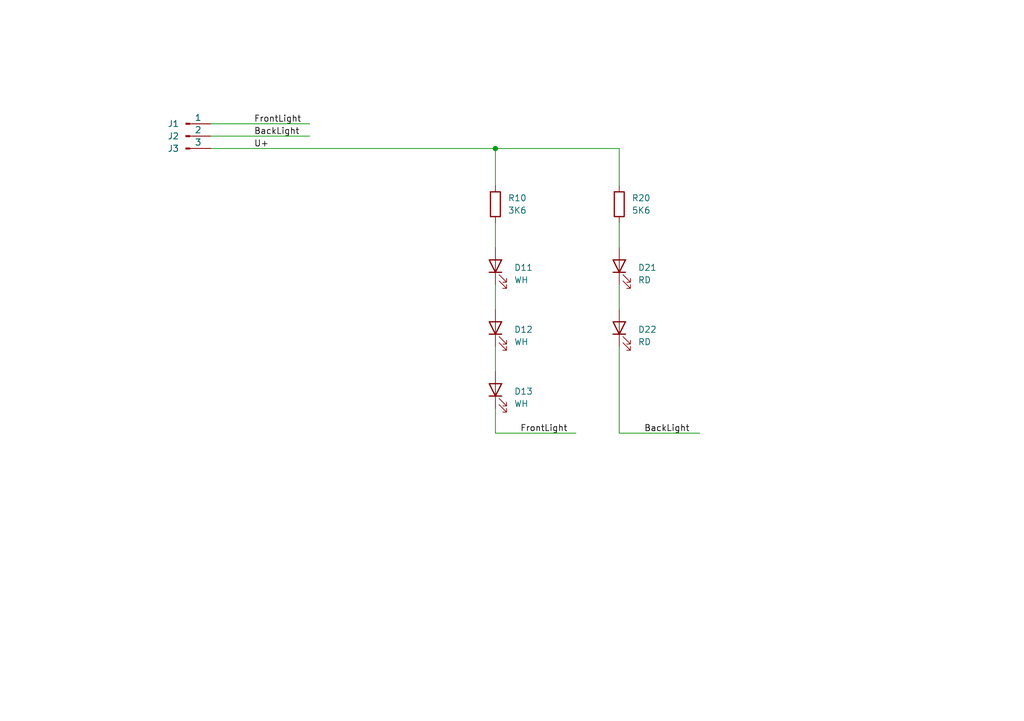
<source format=kicad_sch>
(kicad_sch (version 20211123) (generator eeschema)
  (paper "A5")
  (title_block (title "Front LED PCB for Märklin V100 (art. no. 3072).") (date "2021-12-30") (rev "0.1") (comment 1 "Guido de Hek"))
  (lib_symbols
    (symbol "Conn_01x01_Male_1" (pin_numbers hide) (pin_names (offset 1.016) hide)
      (property "Reference" "J" (at 0 2.54 0))
      (property "Value" "Conn_01x01_Male_1" (at 0 -2.54 0))
      (symbol "Conn_01x01_Male_1_1_1"
        (polyline (pts (xy 1.27 0) (xy 0.8636 0)) (stroke (width 0.1524)))
        (rectangle (start 0.8636 0.127) (end 0 -0.127) (stroke (width 0.1524)) (fill (type outline)))
        (pin passive line (at 5.08 0 180) (length 3.81) (name "Pin_1") (number "1"))
      )
    )
    (symbol "Conn_01x01_Male_2" (pin_numbers hide) (pin_names (offset 1.016) hide)
      (property "Reference" "J" (at 0 2.54 0))
      (property "Value" "Conn_01x01_Male_2" (at 0 -2.54 0))
      (symbol "Conn_01x01_Male_2_1_1"
        (polyline (pts (xy 1.27 0) (xy 0.8636 0)) (stroke (width 0.1524)))
        (rectangle (start 0.8636 0.127) (end 0 -0.127) (stroke (width 0.1524)) (fill (type outline)))
        (pin passive line (at 5.08 0 180) (length 3.81) (name "Pin_1") (number "1"))
      )
    )
    (symbol "Connector:Conn_01x01_Male" (pin_numbers hide) (pin_names (offset 1.016) hide)
      (property "Reference" "J" (at 0 2.54 0))
      (property "Value" "Conn_01x01_Male" (at 0 -2.54 0))
      (symbol "Conn_01x01_Male_1_1"
        (polyline (pts (xy 1.27 0) (xy 0.8636 0)) (stroke (width 0.1524)))
        (rectangle (start 0.8636 0.127) (end 0 -0.127) (stroke (width 0.1524)) (fill (type outline)))
        (pin passive line (at 5.08 0 180) (length 3.81) (name "Pin_1") (number "1"))
      )
    )
    (symbol "Device:LED" (pin_numbers hide) (pin_names (offset 1.016) hide)
      (property "Reference" "D" (at 0 2.54 0))
      (property "Value" "LED" (at 0 -2.54 0))
      (symbol "LED_0_1"
        (polyline (pts (xy -1.27 -1.27) (xy -1.27 1.27)) (stroke (width 0.254)))
        (polyline (pts (xy -1.27 0) (xy 1.27 0)))
        (polyline (pts (xy 1.27 -1.27) (xy 1.27 1.27) (xy -1.27 0) (xy 1.27 -1.27)) (stroke (width 0.254)))
        (polyline (pts (xy -3.048 -0.762) (xy -4.572 -2.286) (xy -3.81 -2.286) (xy -4.572 -2.286) (xy -4.572 -1.524)))
        (polyline (pts (xy -1.778 -0.762) (xy -3.302 -2.286) (xy -2.54 -2.286) (xy -3.302 -2.286) (xy -3.302 -1.524)))
      )
      (symbol "LED_1_1"
        (pin passive line (at -3.81 0 0) (length 2.54) (name "K") (number "1"))
        (pin passive line (at 3.81 0 180) (length 2.54) (name "A") (number "2"))
      )
    )
    (symbol "Device:R" (pin_numbers hide) (pin_names (offset 0))
      (property "Reference" "R" (at 2.032 0 90))
      (property "Value" "R" (at 0 0 90))
      (symbol "R_0_1"
        (rectangle (start -1.016 -2.54) (end 1.016 2.54) (stroke (width 0.254)))
      )
      (symbol "R_1_1"
        (pin passive line (at 0 3.81 270) (length 1.27) (name "~") (number "1"))
        (pin passive line (at 0 -3.81 90) (length 1.27) (name "~") (number "2"))
      )
    )
  )
  (junction (at 101.6 30.48))
  (wire (pts (xy 101.6 83.82) (xy 101.6 88.9)))
  (wire (pts (xy 101.6 88.9) (xy 118.11 88.9)))
  (wire (pts (xy 101.6 45.72) (xy 101.6 50.8)))
  (wire (pts (xy 127 30.48) (xy 127 38.1)))
  (wire (pts (xy 127 88.9) (xy 143.51 88.9)))
  (wire (pts (xy 101.6 30.48) (xy 101.6 38.1)))
  (wire (pts (xy 101.6 30.48) (xy 127 30.48)))
  (wire (pts (xy 101.6 58.42) (xy 101.6 63.5)))
  (wire (pts (xy 43.18 30.48) (xy 101.6 30.48)))
  (wire (pts (xy 43.18 25.4) (xy 63.5 25.4)))
  (wire (pts (xy 127 45.72) (xy 127 50.8)))
  (wire (pts (xy 127 58.42) (xy 127 63.5)))
  (wire (pts (xy 127 71.12) (xy 127 88.9)))
  (wire (pts (xy 101.6 71.12) (xy 101.6 76.2)))
  (wire (pts (xy 43.18 27.94) (xy 63.5 27.94)))
  (label "BackLight" (at 132.08 88.9 0))
  (label "FrontLight" (at 106.68 88.9 0))
  (label "FrontLight" (at 52.07 25.4 0))
  (label "BackLight" (at 52.07 27.94 0))
  (label "U+" (at 52.07 30.48 0))
  (symbol (lib_id "Device:R") (at 127 41.91 0) (unit 1)
    (property "Reference" "R20" (at 129.54 40.6399 0) (effects (justify left)))
    (property "Value" "5K6" (at 129.54 43.1799 0) (effects (justify left)))
    (property "Footprint" "Resistor_SMD:R_0805_2012Metric" (effects hide))
  )
  (symbol (lib_id "Device:LED") (at 101.6 80.01 90) (unit 1)
    (property "Reference" "D13" (at 105.41 80.3274 90) (effects (justify right)))
    (property "Value" "WH" (at 105.41 82.8674 90) (effects (justify right)))
    (property "Footprint" "LED_SMD:LED_0603_1608Metric" (effects hide))
  )
  (symbol (lib_id "Device:LED") (at 127 67.31 90) (unit 1)
    (property "Reference" "D22" (at 130.81 67.6274 90) (effects (justify right)))
    (property "Value" "RD" (at 130.81 70.1674 90) (effects (justify right)))
    (property "Footprint" "LED_SMD:LED_0603_1608Metric" (effects hide))
  )
  (symbol (lib_id "Device:LED") (at 101.6 67.31 90) (unit 1)
    (property "Reference" "D12" (at 105.41 67.6274 90) (effects (justify right)))
    (property "Value" "WH" (at 105.41 70.1674 90) (effects (justify right)))
    (property "Footprint" "LED_SMD:LED_0603_1608Metric" (effects hide))
  )
  (symbol (lib_id "Device:LED") (at 101.6 54.61 90) (unit 1)
    (property "Reference" "D11" (at 105.41 54.9274 90) (effects (justify right)))
    (property "Value" "WH" (at 105.41 57.4674 90) (effects (justify right)))
    (property "Footprint" "LED_SMD:LED_0603_1608Metric" (effects hide))
  )
  (symbol (lib_name "Conn_01x01_Male_1") (lib_id "Connector:Conn_01x01_Male") (at 38.1 30.48 0) (unit 1)
    (property "Reference" "J3" (at 35.56 30.48 0))
    (property "Value" "3" (at 40.64 29.21 0))
    (property "Footprint" "TestPoint:TestPoint_Pad_2.0x2.0mm" (effects hide))
  )
  (symbol (lib_id "Device:R") (at 101.6 41.91 0) (unit 1)
    (property "Reference" "R10" (at 104.14 40.6399 0) (effects (justify left)))
    (property "Value" "3K6" (at 104.14 43.1799 0) (effects (justify left)))
    (property "Footprint" "Resistor_SMD:R_0805_2012Metric" (effects hide))
  )
  (symbol (lib_name "Conn_01x01_Male_2") (lib_id "Connector:Conn_01x01_Male") (at 38.1 27.94 0) (unit 1)
    (property "Reference" "J2" (at 35.56 27.94 0))
    (property "Value" "2" (at 40.64 26.67 0))
    (property "Footprint" "TestPoint:TestPoint_Pad_2.0x2.0mm" (effects hide))
  )
  (symbol (lib_id "Connector:Conn_01x01_Male") (at 38.1 25.4 0) (unit 1)
    (property "Reference" "J1" (at 35.56 25.4 0))
    (property "Value" "1" (at 40.64 24.13 0))
    (property "Footprint" "TestPoint:TestPoint_Pad_2.0x2.0mm" (effects hide))
  )
  (symbol (lib_id "Device:LED") (at 127 54.61 90) (unit 1)
    (property "Reference" "D21" (at 130.81 54.9274 90) (effects (justify right)))
    (property "Value" "RD" (at 130.81 57.4674 90) (effects (justify right)))
    (property "Footprint" "LED_SMD:LED_0603_1608Metric" (effects hide))
  )
)
</source>
